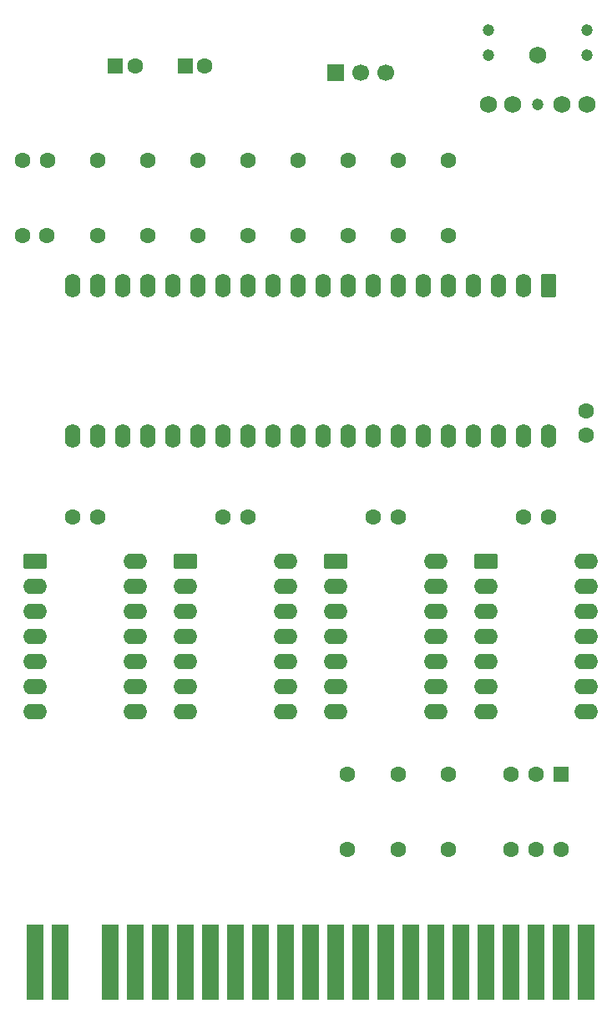
<source format=gbr>
%TF.GenerationSoftware,KiCad,Pcbnew,9.0.3*%
%TF.CreationDate,2025-08-11T15:59:24+01:00*%
%TF.ProjectId,MyZON-X,4d795a4f-4e2d-4582-9e6b-696361645f70,rev?*%
%TF.SameCoordinates,Original*%
%TF.FileFunction,Soldermask,Top*%
%TF.FilePolarity,Negative*%
%FSLAX46Y46*%
G04 Gerber Fmt 4.6, Leading zero omitted, Abs format (unit mm)*
G04 Created by KiCad (PCBNEW 9.0.3) date 2025-08-11 15:59:24*
%MOMM*%
%LPD*%
G01*
G04 APERTURE LIST*
G04 Aperture macros list*
%AMRoundRect*
0 Rectangle with rounded corners*
0 $1 Rounding radius*
0 $2 $3 $4 $5 $6 $7 $8 $9 X,Y pos of 4 corners*
0 Add a 4 corners polygon primitive as box body*
4,1,4,$2,$3,$4,$5,$6,$7,$8,$9,$2,$3,0*
0 Add four circle primitives for the rounded corners*
1,1,$1+$1,$2,$3*
1,1,$1+$1,$4,$5*
1,1,$1+$1,$6,$7*
1,1,$1+$1,$8,$9*
0 Add four rect primitives between the rounded corners*
20,1,$1+$1,$2,$3,$4,$5,0*
20,1,$1+$1,$4,$5,$6,$7,0*
20,1,$1+$1,$6,$7,$8,$9,0*
20,1,$1+$1,$8,$9,$2,$3,0*%
G04 Aperture macros list end*
%ADD10C,1.600000*%
%ADD11RoundRect,0.250000X-0.550000X0.950000X-0.550000X-0.950000X0.550000X-0.950000X0.550000X0.950000X0*%
%ADD12O,1.600000X2.400000*%
%ADD13R,1.778000X7.620000*%
%ADD14RoundRect,0.250000X-0.550000X0.550000X-0.550000X-0.550000X0.550000X-0.550000X0.550000X0.550000X0*%
%ADD15R,1.700000X1.700000*%
%ADD16C,1.700000*%
%ADD17RoundRect,0.250000X-0.550000X-0.550000X0.550000X-0.550000X0.550000X0.550000X-0.550000X0.550000X0*%
%ADD18C,1.193800*%
%ADD19C,1.752600*%
%ADD20RoundRect,0.250000X-0.950000X-0.550000X0.950000X-0.550000X0.950000X0.550000X-0.950000X0.550000X0*%
%ADD21O,2.400000X1.600000*%
G04 APERTURE END LIST*
D10*
%TO.C,C5*%
X59710000Y-99695000D03*
X62210000Y-99695000D03*
%TD*%
%TO.C,R4*%
X97790000Y-71120000D03*
X97790000Y-63500000D03*
%TD*%
D11*
%TO.C,U1*%
X107940000Y-76200000D03*
D12*
X105400000Y-76200000D03*
X102860000Y-76200000D03*
X100320000Y-76200000D03*
X97780000Y-76200000D03*
X95240000Y-76200000D03*
X92700000Y-76200000D03*
X90160000Y-76200000D03*
X87620000Y-76200000D03*
X85080000Y-76200000D03*
X82540000Y-76200000D03*
X80000000Y-76200000D03*
X77460000Y-76200000D03*
X74920000Y-76200000D03*
X72380000Y-76200000D03*
X69840000Y-76200000D03*
X67300000Y-76200000D03*
X64760000Y-76200000D03*
X62220000Y-76200000D03*
X59680000Y-76200000D03*
X59680000Y-91440000D03*
X62220000Y-91440000D03*
X64760000Y-91440000D03*
X67300000Y-91440000D03*
X69840000Y-91440000D03*
X72380000Y-91440000D03*
X74920000Y-91440000D03*
X77460000Y-91440000D03*
X80000000Y-91440000D03*
X82540000Y-91440000D03*
X85080000Y-91440000D03*
X87620000Y-91440000D03*
X90160000Y-91440000D03*
X92700000Y-91440000D03*
X95240000Y-91440000D03*
X97780000Y-91440000D03*
X100320000Y-91440000D03*
X102860000Y-91440000D03*
X105400000Y-91440000D03*
X107940000Y-91440000D03*
%TD*%
D10*
%TO.C,R11*%
X62230000Y-71120000D03*
X62230000Y-63500000D03*
%TD*%
%TO.C,C3*%
X54635000Y-63500000D03*
X57135000Y-63500000D03*
%TD*%
%TO.C,R3*%
X87555000Y-125730000D03*
X87555000Y-133350000D03*
%TD*%
%TO.C,C6*%
X74950000Y-99695000D03*
X77450000Y-99695000D03*
%TD*%
D13*
%TO.C,CO1*%
X55874982Y-144780000D03*
X58414982Y-144780000D03*
X63494982Y-144780000D03*
X66034982Y-144780000D03*
X68574982Y-144780000D03*
X71114982Y-144780000D03*
X73654982Y-144780000D03*
X76194982Y-144780000D03*
X78724982Y-144780000D03*
X81274982Y-144780000D03*
X83814982Y-144780000D03*
X86354982Y-144780000D03*
X88894982Y-144780000D03*
X91434982Y-144780000D03*
X93974982Y-144780000D03*
X96514982Y-144780000D03*
X99054982Y-144780000D03*
X101594982Y-144780000D03*
X104134982Y-144780000D03*
X106674982Y-144780000D03*
X109214982Y-144780000D03*
X111754982Y-144780000D03*
%TD*%
D10*
%TO.C,R1*%
X97785000Y-125730000D03*
X97785000Y-133350000D03*
%TD*%
D14*
%TO.C,SW1*%
X109220000Y-125730000D03*
D10*
X106680000Y-125730000D03*
X104140000Y-125730000D03*
X104140000Y-133350000D03*
X106680000Y-133350000D03*
X109220000Y-133350000D03*
%TD*%
%TO.C,R8*%
X77470000Y-63500000D03*
X77470000Y-71120000D03*
%TD*%
%TO.C,R2*%
X92705000Y-125730000D03*
X92705000Y-133350000D03*
%TD*%
D15*
%TO.C,CO3*%
X86355000Y-54610000D03*
D16*
X88895000Y-54610000D03*
X91435000Y-54610000D03*
%TD*%
D10*
%TO.C,C4*%
X54615000Y-71120000D03*
X57115000Y-71120000D03*
%TD*%
D17*
%TO.C,C2*%
X64035000Y-53975000D03*
D10*
X66035000Y-53975000D03*
%TD*%
%TO.C,R7*%
X82550000Y-63500000D03*
X82550000Y-71120000D03*
%TD*%
%TO.C,R5*%
X92710000Y-71120000D03*
X92710000Y-63500000D03*
%TD*%
D18*
%TO.C,CO2*%
X111845100Y-52840000D03*
X111845100Y-50340000D03*
X106845100Y-57840000D03*
X101845100Y-52840000D03*
X101845100Y-50340000D03*
D19*
X111845100Y-57840000D03*
X109345100Y-57840000D03*
X104345100Y-57840000D03*
X101845100Y-57840000D03*
X106845100Y-52840000D03*
%TD*%
D20*
%TO.C,U4*%
X86360000Y-104140000D03*
D21*
X86360000Y-106680000D03*
X86360000Y-109220000D03*
X86360000Y-111760000D03*
X86360000Y-114300000D03*
X86360000Y-116840000D03*
X86360000Y-119380000D03*
X96520000Y-119380000D03*
X96520000Y-116840000D03*
X96520000Y-114300000D03*
X96520000Y-111760000D03*
X96520000Y-109220000D03*
X96520000Y-106680000D03*
X96520000Y-104140000D03*
%TD*%
D20*
%TO.C,U5*%
X101600000Y-104140000D03*
D21*
X101600000Y-106680000D03*
X101600000Y-109220000D03*
X101600000Y-111760000D03*
X101600000Y-114300000D03*
X101600000Y-116840000D03*
X101600000Y-119380000D03*
X111760000Y-119380000D03*
X111760000Y-116840000D03*
X111760000Y-114300000D03*
X111760000Y-111760000D03*
X111760000Y-109220000D03*
X111760000Y-106680000D03*
X111760000Y-104140000D03*
%TD*%
D17*
%TO.C,C1*%
X71115000Y-53975000D03*
D10*
X73115000Y-53975000D03*
%TD*%
%TO.C,R6*%
X87630000Y-63500000D03*
X87630000Y-71120000D03*
%TD*%
%TO.C,C9*%
X111755000Y-88900000D03*
X111755000Y-91400000D03*
%TD*%
D20*
%TO.C,U3*%
X71120000Y-104140000D03*
D21*
X71120000Y-106680000D03*
X71120000Y-109220000D03*
X71120000Y-111760000D03*
X71120000Y-114300000D03*
X71120000Y-116840000D03*
X71120000Y-119380000D03*
X81280000Y-119380000D03*
X81280000Y-116840000D03*
X81280000Y-114300000D03*
X81280000Y-111760000D03*
X81280000Y-109220000D03*
X81280000Y-106680000D03*
X81280000Y-104140000D03*
%TD*%
D20*
%TO.C,U2*%
X55880000Y-104140000D03*
D21*
X55880000Y-106680000D03*
X55880000Y-109220000D03*
X55880000Y-111760000D03*
X55880000Y-114300000D03*
X55880000Y-116840000D03*
X55880000Y-119380000D03*
X66040000Y-119380000D03*
X66040000Y-116840000D03*
X66040000Y-114300000D03*
X66040000Y-111760000D03*
X66040000Y-109220000D03*
X66040000Y-106680000D03*
X66040000Y-104140000D03*
%TD*%
D10*
%TO.C,R10*%
X67310000Y-63500000D03*
X67310000Y-71120000D03*
%TD*%
%TO.C,C7*%
X90190000Y-99695000D03*
X92690000Y-99695000D03*
%TD*%
%TO.C,C8*%
X107930000Y-99695000D03*
X105430000Y-99695000D03*
%TD*%
%TO.C,R9*%
X72390000Y-63500000D03*
X72390000Y-71120000D03*
%TD*%
M02*

</source>
